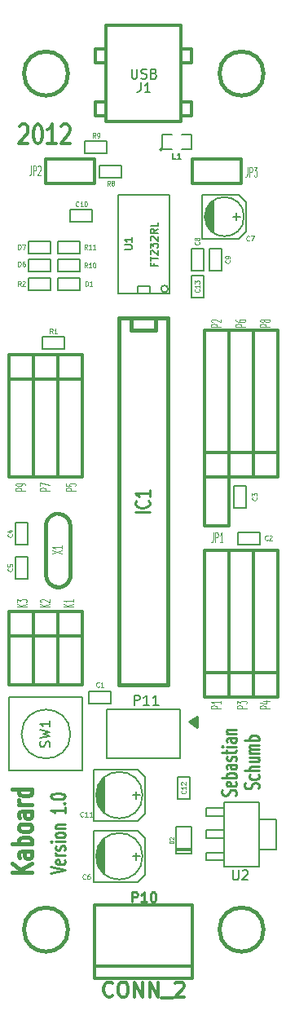
<source format=gto>
G04 (created by PCBNEW (2012-12-10 BZR 3844)-stable) date Thu 10 Jan 2013 10:25:41 AM CET*
%MOIN*%
G04 Gerber Fmt 3.4, Leading zero omitted, Abs format*
%FSLAX34Y34*%
G01*
G70*
G90*
G04 APERTURE LIST*
%ADD10C,0.006*%
%ADD11C,0.012*%
%ADD12C,0.0099*%
%ADD13C,0.015*%
%ADD14C,0.005*%
%ADD15C,0.008*%
%ADD16C,0.0049*%
%ADD17C,0.0079*%
%ADD18C,0.0045*%
%ADD19C,0.0113*%
%ADD20C,0.0039*%
%ADD21C,0.0077*%
%ADD22C,0.0078*%
%ADD23C,0.0047*%
%ADD24C,0.01*%
G04 APERTURE END LIST*
G54D10*
G54D11*
X922Y-4150D02*
X951Y-4112D01*
X1008Y-4074D01*
X1151Y-4074D01*
X1208Y-4112D01*
X1237Y-4150D01*
X1265Y-4226D01*
X1265Y-4302D01*
X1237Y-4417D01*
X894Y-4874D01*
X1265Y-4874D01*
X1636Y-4074D02*
X1693Y-4074D01*
X1750Y-4112D01*
X1779Y-4150D01*
X1808Y-4226D01*
X1836Y-4379D01*
X1836Y-4569D01*
X1808Y-4721D01*
X1779Y-4798D01*
X1750Y-4836D01*
X1693Y-4874D01*
X1636Y-4874D01*
X1579Y-4836D01*
X1550Y-4798D01*
X1522Y-4721D01*
X1493Y-4569D01*
X1493Y-4379D01*
X1522Y-4226D01*
X1550Y-4150D01*
X1579Y-4112D01*
X1636Y-4074D01*
X2407Y-4874D02*
X2064Y-4874D01*
X2236Y-4874D02*
X2236Y-4074D01*
X2179Y-4188D01*
X2121Y-4264D01*
X2064Y-4302D01*
X2635Y-4150D02*
X2664Y-4112D01*
X2721Y-4074D01*
X2864Y-4074D01*
X2921Y-4112D01*
X2950Y-4150D01*
X2978Y-4226D01*
X2978Y-4302D01*
X2950Y-4417D01*
X2607Y-4874D01*
X2978Y-4874D01*
G54D12*
X9761Y-31509D02*
X9789Y-31453D01*
X9789Y-31359D01*
X9761Y-31321D01*
X9732Y-31303D01*
X9676Y-31284D01*
X9620Y-31284D01*
X9564Y-31303D01*
X9535Y-31321D01*
X9507Y-31359D01*
X9479Y-31434D01*
X9451Y-31471D01*
X9423Y-31490D01*
X9367Y-31509D01*
X9310Y-31509D01*
X9254Y-31490D01*
X9226Y-31471D01*
X9198Y-31434D01*
X9198Y-31340D01*
X9226Y-31284D01*
X9761Y-30965D02*
X9789Y-31003D01*
X9789Y-31078D01*
X9761Y-31115D01*
X9704Y-31134D01*
X9479Y-31134D01*
X9423Y-31115D01*
X9395Y-31078D01*
X9395Y-31003D01*
X9423Y-30965D01*
X9479Y-30946D01*
X9535Y-30946D01*
X9592Y-31134D01*
X9789Y-30777D02*
X9198Y-30777D01*
X9423Y-30777D02*
X9395Y-30740D01*
X9395Y-30665D01*
X9423Y-30627D01*
X9451Y-30608D01*
X9507Y-30590D01*
X9676Y-30590D01*
X9732Y-30608D01*
X9761Y-30627D01*
X9789Y-30665D01*
X9789Y-30740D01*
X9761Y-30777D01*
X9789Y-30252D02*
X9479Y-30252D01*
X9423Y-30271D01*
X9395Y-30309D01*
X9395Y-30384D01*
X9423Y-30421D01*
X9761Y-30252D02*
X9789Y-30290D01*
X9789Y-30384D01*
X9761Y-30421D01*
X9704Y-30440D01*
X9648Y-30440D01*
X9592Y-30421D01*
X9564Y-30384D01*
X9564Y-30290D01*
X9535Y-30252D01*
X9761Y-30084D02*
X9789Y-30046D01*
X9789Y-29971D01*
X9761Y-29934D01*
X9704Y-29915D01*
X9676Y-29915D01*
X9620Y-29934D01*
X9592Y-29971D01*
X9592Y-30028D01*
X9564Y-30065D01*
X9507Y-30084D01*
X9479Y-30084D01*
X9423Y-30065D01*
X9395Y-30028D01*
X9395Y-29971D01*
X9423Y-29934D01*
X9395Y-29802D02*
X9395Y-29652D01*
X9198Y-29746D02*
X9704Y-29746D01*
X9761Y-29727D01*
X9789Y-29690D01*
X9789Y-29652D01*
X9789Y-29521D02*
X9395Y-29521D01*
X9198Y-29521D02*
X9226Y-29540D01*
X9254Y-29521D01*
X9226Y-29502D01*
X9198Y-29521D01*
X9254Y-29521D01*
X9789Y-29164D02*
X9479Y-29164D01*
X9423Y-29183D01*
X9395Y-29221D01*
X9395Y-29296D01*
X9423Y-29333D01*
X9761Y-29164D02*
X9789Y-29202D01*
X9789Y-29296D01*
X9761Y-29333D01*
X9704Y-29352D01*
X9648Y-29352D01*
X9592Y-29333D01*
X9564Y-29296D01*
X9564Y-29202D01*
X9535Y-29164D01*
X9395Y-28977D02*
X9789Y-28977D01*
X9451Y-28977D02*
X9423Y-28958D01*
X9395Y-28921D01*
X9395Y-28865D01*
X9423Y-28827D01*
X9479Y-28808D01*
X9789Y-28808D01*
X10687Y-31228D02*
X10715Y-31172D01*
X10715Y-31078D01*
X10687Y-31040D01*
X10658Y-31022D01*
X10602Y-31003D01*
X10546Y-31003D01*
X10490Y-31022D01*
X10461Y-31040D01*
X10433Y-31078D01*
X10405Y-31153D01*
X10377Y-31190D01*
X10349Y-31209D01*
X10293Y-31228D01*
X10236Y-31228D01*
X10180Y-31209D01*
X10152Y-31190D01*
X10124Y-31153D01*
X10124Y-31059D01*
X10152Y-31003D01*
X10687Y-30665D02*
X10715Y-30703D01*
X10715Y-30778D01*
X10687Y-30815D01*
X10658Y-30834D01*
X10602Y-30853D01*
X10433Y-30853D01*
X10377Y-30834D01*
X10349Y-30815D01*
X10321Y-30778D01*
X10321Y-30703D01*
X10349Y-30665D01*
X10715Y-30496D02*
X10124Y-30496D01*
X10715Y-30327D02*
X10405Y-30327D01*
X10349Y-30346D01*
X10321Y-30384D01*
X10321Y-30440D01*
X10349Y-30477D01*
X10377Y-30496D01*
X10321Y-29971D02*
X10715Y-29971D01*
X10321Y-30140D02*
X10630Y-30140D01*
X10687Y-30121D01*
X10715Y-30084D01*
X10715Y-30028D01*
X10687Y-29990D01*
X10658Y-29971D01*
X10715Y-29784D02*
X10321Y-29784D01*
X10377Y-29784D02*
X10349Y-29765D01*
X10321Y-29728D01*
X10321Y-29672D01*
X10349Y-29634D01*
X10405Y-29615D01*
X10715Y-29615D01*
X10405Y-29615D02*
X10349Y-29597D01*
X10321Y-29559D01*
X10321Y-29503D01*
X10349Y-29465D01*
X10405Y-29446D01*
X10715Y-29446D01*
X10715Y-29259D02*
X10124Y-29259D01*
X10349Y-29259D02*
X10321Y-29222D01*
X10321Y-29147D01*
X10349Y-29109D01*
X10377Y-29090D01*
X10433Y-29072D01*
X10602Y-29072D01*
X10658Y-29090D01*
X10687Y-29109D01*
X10715Y-29147D01*
X10715Y-29222D01*
X10687Y-29259D01*
X2198Y-34700D02*
X2789Y-34569D01*
X2198Y-34438D01*
X2761Y-34156D02*
X2789Y-34194D01*
X2789Y-34269D01*
X2761Y-34306D01*
X2704Y-34325D01*
X2479Y-34325D01*
X2423Y-34306D01*
X2395Y-34269D01*
X2395Y-34194D01*
X2423Y-34156D01*
X2479Y-34137D01*
X2535Y-34137D01*
X2592Y-34325D01*
X2789Y-33968D02*
X2395Y-33968D01*
X2507Y-33968D02*
X2451Y-33949D01*
X2423Y-33931D01*
X2395Y-33893D01*
X2395Y-33856D01*
X2761Y-33743D02*
X2789Y-33705D01*
X2789Y-33630D01*
X2761Y-33593D01*
X2704Y-33574D01*
X2676Y-33574D01*
X2620Y-33593D01*
X2592Y-33630D01*
X2592Y-33687D01*
X2564Y-33724D01*
X2507Y-33743D01*
X2479Y-33743D01*
X2423Y-33724D01*
X2395Y-33687D01*
X2395Y-33630D01*
X2423Y-33593D01*
X2789Y-33405D02*
X2395Y-33405D01*
X2198Y-33405D02*
X2226Y-33424D01*
X2254Y-33405D01*
X2226Y-33386D01*
X2198Y-33405D01*
X2254Y-33405D01*
X2789Y-33161D02*
X2761Y-33198D01*
X2732Y-33217D01*
X2676Y-33236D01*
X2507Y-33236D01*
X2451Y-33217D01*
X2423Y-33198D01*
X2395Y-33161D01*
X2395Y-33105D01*
X2423Y-33067D01*
X2451Y-33048D01*
X2507Y-33030D01*
X2676Y-33030D01*
X2732Y-33048D01*
X2761Y-33067D01*
X2789Y-33105D01*
X2789Y-33161D01*
X2395Y-32861D02*
X2789Y-32861D01*
X2451Y-32861D02*
X2423Y-32842D01*
X2395Y-32805D01*
X2395Y-32749D01*
X2423Y-32711D01*
X2479Y-32692D01*
X2789Y-32692D01*
X2789Y-31999D02*
X2789Y-32224D01*
X2789Y-32111D02*
X2198Y-32111D01*
X2282Y-32149D01*
X2338Y-32186D01*
X2367Y-32224D01*
X2732Y-31830D02*
X2761Y-31811D01*
X2789Y-31830D01*
X2761Y-31849D01*
X2732Y-31830D01*
X2789Y-31830D01*
X2198Y-31567D02*
X2198Y-31530D01*
X2226Y-31492D01*
X2254Y-31473D01*
X2310Y-31455D01*
X2423Y-31436D01*
X2564Y-31436D01*
X2676Y-31455D01*
X2732Y-31473D01*
X2761Y-31492D01*
X2789Y-31530D01*
X2789Y-31567D01*
X2761Y-31605D01*
X2732Y-31623D01*
X2676Y-31642D01*
X2564Y-31661D01*
X2423Y-31661D01*
X2310Y-31642D01*
X2254Y-31623D01*
X2226Y-31605D01*
X2198Y-31567D01*
G54D13*
X1424Y-34650D02*
X624Y-34650D01*
X1424Y-34307D02*
X967Y-34564D01*
X624Y-34307D02*
X1081Y-34650D01*
X1424Y-33793D02*
X1005Y-33793D01*
X929Y-33822D01*
X890Y-33879D01*
X890Y-33993D01*
X929Y-34050D01*
X1386Y-33793D02*
X1424Y-33850D01*
X1424Y-33993D01*
X1386Y-34050D01*
X1310Y-34079D01*
X1233Y-34079D01*
X1157Y-34050D01*
X1119Y-33993D01*
X1119Y-33850D01*
X1081Y-33793D01*
X1424Y-33507D02*
X624Y-33507D01*
X929Y-33507D02*
X890Y-33450D01*
X890Y-33336D01*
X929Y-33279D01*
X967Y-33250D01*
X1043Y-33221D01*
X1271Y-33221D01*
X1348Y-33250D01*
X1386Y-33279D01*
X1424Y-33336D01*
X1424Y-33450D01*
X1386Y-33507D01*
X1424Y-32878D02*
X1386Y-32936D01*
X1348Y-32964D01*
X1271Y-32993D01*
X1043Y-32993D01*
X967Y-32964D01*
X929Y-32936D01*
X890Y-32878D01*
X890Y-32793D01*
X929Y-32736D01*
X967Y-32707D01*
X1043Y-32678D01*
X1271Y-32678D01*
X1348Y-32707D01*
X1386Y-32736D01*
X1424Y-32793D01*
X1424Y-32878D01*
X1424Y-32164D02*
X1005Y-32164D01*
X929Y-32193D01*
X890Y-32250D01*
X890Y-32364D01*
X929Y-32421D01*
X1386Y-32164D02*
X1424Y-32221D01*
X1424Y-32364D01*
X1386Y-32421D01*
X1310Y-32450D01*
X1233Y-32450D01*
X1157Y-32421D01*
X1119Y-32364D01*
X1119Y-32221D01*
X1081Y-32164D01*
X1424Y-31878D02*
X890Y-31878D01*
X1043Y-31878D02*
X967Y-31850D01*
X929Y-31821D01*
X890Y-31764D01*
X890Y-31707D01*
X1424Y-31250D02*
X624Y-31250D01*
X1386Y-31250D02*
X1424Y-31307D01*
X1424Y-31421D01*
X1386Y-31479D01*
X1348Y-31507D01*
X1271Y-31536D01*
X1043Y-31536D01*
X967Y-31507D01*
X929Y-31479D01*
X890Y-31421D01*
X890Y-31307D01*
X929Y-31250D01*
X2000Y-22500D02*
X2000Y-20600D01*
X3000Y-20500D02*
X3000Y-22600D01*
X2400Y-20001D02*
G75*
G03X2001Y-20600I100J-499D01*
G74*
G01*
X3000Y-20500D02*
G75*
G03X2500Y-20000I-500J0D01*
G74*
G01*
X2400Y-22999D02*
G75*
G03X2999Y-22600I100J499D01*
G74*
G01*
X2000Y-22500D02*
G75*
G03X2500Y-23000I500J0D01*
G74*
G01*
G54D14*
X11435Y-32490D02*
X11435Y-33710D01*
X11435Y-33710D02*
X10730Y-33710D01*
X11435Y-32490D02*
X10730Y-32490D01*
X8565Y-33845D02*
X8565Y-34165D01*
X8565Y-34165D02*
X9270Y-34165D01*
X8565Y-33845D02*
X9270Y-33845D01*
X8565Y-32940D02*
X9270Y-32940D01*
X8565Y-33260D02*
X9270Y-33260D01*
X8565Y-32940D02*
X8565Y-33260D01*
X8565Y-32035D02*
X8565Y-32355D01*
X8565Y-32355D02*
X9270Y-32355D01*
X8565Y-32035D02*
X9270Y-32035D01*
X9270Y-34420D02*
X9270Y-31780D01*
X9270Y-31780D02*
X10730Y-31780D01*
X10730Y-31780D02*
X10730Y-34420D01*
X10730Y-34420D02*
X9270Y-34420D01*
G54D11*
X4000Y-5500D02*
X4000Y-6500D01*
X4000Y-6500D02*
X2000Y-6500D01*
X2000Y-6500D02*
X2000Y-5500D01*
X2000Y-5500D02*
X4000Y-5500D01*
G54D14*
X3000Y-29000D02*
G75*
G03X3000Y-29000I-1000J0D01*
G74*
G01*
X500Y-30500D02*
X500Y-27500D01*
X500Y-27500D02*
X3500Y-27500D01*
X3500Y-27500D02*
X3500Y-30500D01*
X500Y-30500D02*
X3500Y-30500D01*
X6991Y-10800D02*
G75*
G03X6991Y-10800I-141J0D01*
G74*
G01*
X5750Y-11000D02*
X5750Y-10700D01*
X5750Y-10700D02*
X6250Y-10700D01*
X6250Y-10700D02*
X6250Y-11000D01*
X7050Y-6950D02*
X7050Y-11000D01*
X4950Y-11000D02*
X4950Y-6950D01*
X4950Y-11000D02*
X7050Y-11000D01*
X4950Y-6950D02*
X7050Y-6950D01*
X6750Y-5100D02*
G75*
G03X6750Y-5100I-50J0D01*
G74*
G01*
X7150Y-5100D02*
X6750Y-5100D01*
X6750Y-5100D02*
X6750Y-4500D01*
X6750Y-4500D02*
X7150Y-4500D01*
X7550Y-4500D02*
X7950Y-4500D01*
X7950Y-4500D02*
X7950Y-5100D01*
X7950Y-5100D02*
X7550Y-5100D01*
X2500Y-9600D02*
X3400Y-9600D01*
X3400Y-9600D02*
X3400Y-10100D01*
X3400Y-10100D02*
X2500Y-10100D01*
X2500Y-10100D02*
X2500Y-9600D01*
X1850Y-12750D02*
X2750Y-12750D01*
X2750Y-12750D02*
X2750Y-13250D01*
X2750Y-13250D02*
X1850Y-13250D01*
X1850Y-13250D02*
X1850Y-12750D01*
X3750Y-27250D02*
X4650Y-27250D01*
X4650Y-27250D02*
X4650Y-27750D01*
X4650Y-27750D02*
X3750Y-27750D01*
X3750Y-27750D02*
X3750Y-27250D01*
X5100Y-6250D02*
X4200Y-6250D01*
X4200Y-6250D02*
X4200Y-5750D01*
X4200Y-5750D02*
X5100Y-5750D01*
X5100Y-5750D02*
X5100Y-6250D01*
X4500Y-5250D02*
X3600Y-5250D01*
X3600Y-5250D02*
X3600Y-4750D01*
X3600Y-4750D02*
X4500Y-4750D01*
X4500Y-4750D02*
X4500Y-5250D01*
X2500Y-8850D02*
X3400Y-8850D01*
X3400Y-8850D02*
X3400Y-9350D01*
X3400Y-9350D02*
X2500Y-9350D01*
X2500Y-9350D02*
X2500Y-8850D01*
X1300Y-8850D02*
X2200Y-8850D01*
X2200Y-8850D02*
X2200Y-9350D01*
X2200Y-9350D02*
X1300Y-9350D01*
X1300Y-9350D02*
X1300Y-8850D01*
X9850Y-20750D02*
X10750Y-20750D01*
X10750Y-20750D02*
X10750Y-21250D01*
X10750Y-21250D02*
X9850Y-21250D01*
X9850Y-21250D02*
X9850Y-20750D01*
X10200Y-18850D02*
X10200Y-19750D01*
X10200Y-19750D02*
X9700Y-19750D01*
X9700Y-19750D02*
X9700Y-18850D01*
X9700Y-18850D02*
X10200Y-18850D01*
X750Y-21250D02*
X750Y-20350D01*
X750Y-20350D02*
X1250Y-20350D01*
X1250Y-20350D02*
X1250Y-21250D01*
X1250Y-21250D02*
X750Y-21250D01*
X1250Y-21750D02*
X1250Y-22650D01*
X1250Y-22650D02*
X750Y-22650D01*
X750Y-22650D02*
X750Y-21750D01*
X750Y-21750D02*
X1250Y-21750D01*
X7950Y-10050D02*
X7950Y-9150D01*
X7950Y-9150D02*
X8450Y-9150D01*
X8450Y-9150D02*
X8450Y-10050D01*
X8450Y-10050D02*
X7950Y-10050D01*
X8700Y-10050D02*
X8700Y-9150D01*
X8700Y-9150D02*
X9200Y-9150D01*
X9200Y-9150D02*
X9200Y-10050D01*
X9200Y-10050D02*
X8700Y-10050D01*
X3900Y-8050D02*
X3000Y-8050D01*
X3000Y-8050D02*
X3000Y-7550D01*
X3000Y-7550D02*
X3900Y-7550D01*
X3900Y-7550D02*
X3900Y-8050D01*
X1300Y-9600D02*
X2200Y-9600D01*
X2200Y-9600D02*
X2200Y-10100D01*
X2200Y-10100D02*
X1300Y-10100D01*
X1300Y-10100D02*
X1300Y-9600D01*
G54D11*
X9500Y-27500D02*
X8500Y-27500D01*
X8500Y-27500D02*
X8500Y-21500D01*
X8500Y-21500D02*
X9500Y-21500D01*
X9500Y-21500D02*
X9500Y-27500D01*
X9500Y-26500D02*
X8500Y-26500D01*
X9500Y-18500D02*
X8500Y-18500D01*
X8500Y-18500D02*
X8500Y-12500D01*
X8500Y-12500D02*
X9500Y-12500D01*
X9500Y-12500D02*
X9500Y-18500D01*
X9500Y-17500D02*
X8500Y-17500D01*
X10500Y-27500D02*
X9500Y-27500D01*
X9500Y-27500D02*
X9500Y-21500D01*
X9500Y-21500D02*
X10500Y-21500D01*
X10500Y-21500D02*
X10500Y-27500D01*
X10500Y-26500D02*
X9500Y-26500D01*
X11500Y-27500D02*
X10500Y-27500D01*
X10500Y-27500D02*
X10500Y-21500D01*
X10500Y-21500D02*
X11500Y-21500D01*
X11500Y-21500D02*
X11500Y-27500D01*
X11500Y-26500D02*
X10500Y-26500D01*
X10500Y-18500D02*
X9500Y-18500D01*
X9500Y-18500D02*
X9500Y-12500D01*
X9500Y-12500D02*
X10500Y-12500D01*
X10500Y-12500D02*
X10500Y-18500D01*
X10500Y-17500D02*
X9500Y-17500D01*
X11500Y-18500D02*
X10500Y-18500D01*
X10500Y-18500D02*
X10500Y-12500D01*
X10500Y-12500D02*
X11500Y-12500D01*
X11500Y-12500D02*
X11500Y-18500D01*
X11500Y-17500D02*
X10500Y-17500D01*
X2500Y-13500D02*
X3500Y-13500D01*
X3500Y-13500D02*
X3500Y-18500D01*
X3500Y-18500D02*
X2500Y-18500D01*
X2500Y-18500D02*
X2500Y-13500D01*
X2500Y-14500D02*
X3500Y-14500D01*
X1500Y-13500D02*
X2500Y-13500D01*
X2500Y-13500D02*
X2500Y-18500D01*
X2500Y-18500D02*
X1500Y-18500D01*
X1500Y-18500D02*
X1500Y-13500D01*
X1500Y-14500D02*
X2500Y-14500D01*
X500Y-13500D02*
X1500Y-13500D01*
X1500Y-13500D02*
X1500Y-18500D01*
X1500Y-18500D02*
X500Y-18500D01*
X500Y-18500D02*
X500Y-13500D01*
X500Y-14500D02*
X1500Y-14500D01*
X500Y-24000D02*
X1500Y-24000D01*
X1500Y-24000D02*
X1500Y-27000D01*
X1500Y-27000D02*
X500Y-27000D01*
X500Y-27000D02*
X500Y-24000D01*
X1500Y-25000D02*
X500Y-25000D01*
X1500Y-24000D02*
X2500Y-24000D01*
X2500Y-24000D02*
X2500Y-27000D01*
X2500Y-27000D02*
X1500Y-27000D01*
X1500Y-27000D02*
X1500Y-24000D01*
X2500Y-25000D02*
X1500Y-25000D01*
X2500Y-24000D02*
X3500Y-24000D01*
X3500Y-24000D02*
X3500Y-27000D01*
X3500Y-27000D02*
X2500Y-27000D01*
X2500Y-27000D02*
X2500Y-24000D01*
X3500Y-25000D02*
X2500Y-25000D01*
X8000Y-6500D02*
X8000Y-5500D01*
X8000Y-5500D02*
X10000Y-5500D01*
X10000Y-5500D02*
X10000Y-6500D01*
X10000Y-6500D02*
X8000Y-6500D01*
X8500Y-18500D02*
X9500Y-18500D01*
X9500Y-18500D02*
X9500Y-20500D01*
X9500Y-20500D02*
X8500Y-20500D01*
X8500Y-20500D02*
X8500Y-18500D01*
G54D13*
X7000Y-12000D02*
X7000Y-27000D01*
X7000Y-27000D02*
X5000Y-27000D01*
X5000Y-27000D02*
X5000Y-12000D01*
X5000Y-12000D02*
X7000Y-12000D01*
X6500Y-12000D02*
X6500Y-12500D01*
X6500Y-12500D02*
X5500Y-12500D01*
X5500Y-12500D02*
X5500Y-12000D01*
G54D14*
X7400Y-31650D02*
X7400Y-30750D01*
X7400Y-30750D02*
X7900Y-30750D01*
X7900Y-30750D02*
X7900Y-31650D01*
X7900Y-31650D02*
X7400Y-31650D01*
X1300Y-10350D02*
X2200Y-10350D01*
X2200Y-10350D02*
X2200Y-10850D01*
X2200Y-10850D02*
X1300Y-10850D01*
X1300Y-10850D02*
X1300Y-10350D01*
X2500Y-10350D02*
X3400Y-10350D01*
X3400Y-10350D02*
X3400Y-10850D01*
X3400Y-10850D02*
X2500Y-10850D01*
X2500Y-10850D02*
X2500Y-10350D01*
G54D11*
X8000Y-38500D02*
X4000Y-38500D01*
X8000Y-39000D02*
X8000Y-36000D01*
X8000Y-36000D02*
X4000Y-36000D01*
X4000Y-36000D02*
X4000Y-39000D01*
X4000Y-39000D02*
X8000Y-39000D01*
G54D14*
X7335Y-33704D02*
X7965Y-33704D01*
X7965Y-33744D02*
X7335Y-33744D01*
X7965Y-32799D02*
X7965Y-33901D01*
X7965Y-33901D02*
X7335Y-33901D01*
X7335Y-33901D02*
X7335Y-32799D01*
X7335Y-32799D02*
X7965Y-32799D01*
G54D13*
X2900Y-2000D02*
G75*
G03X2900Y-2000I-900J0D01*
G74*
G01*
X10900Y-2000D02*
G75*
G03X10900Y-2000I-900J0D01*
G74*
G01*
X2900Y-37000D02*
G75*
G03X2900Y-37000I-900J0D01*
G74*
G01*
X10900Y-37000D02*
G75*
G03X10900Y-37000I-900J0D01*
G74*
G01*
G54D11*
X7535Y-3734D02*
X7969Y-3734D01*
X7969Y-3734D02*
X7969Y-3143D01*
X7969Y-3143D02*
X7535Y-3143D01*
X4031Y-3142D02*
X4465Y-3142D01*
X4031Y-3733D02*
X4031Y-3142D01*
X4465Y-3733D02*
X4031Y-3733D01*
X4465Y-1567D02*
X4031Y-1567D01*
X4031Y-1567D02*
X4031Y-976D01*
X4031Y-976D02*
X4465Y-976D01*
X7535Y-1567D02*
X7969Y-1567D01*
X7969Y-1567D02*
X7969Y-976D01*
X7969Y-976D02*
X7535Y-976D01*
X7535Y-31D02*
X4465Y-31D01*
X4465Y-31D02*
X4465Y-3969D01*
X4465Y-3969D02*
X7535Y-3969D01*
X7535Y-3969D02*
X7535Y-31D01*
G54D15*
X4500Y-28000D02*
X7500Y-28000D01*
X7500Y-30000D02*
X4500Y-30000D01*
X4500Y-30000D02*
X4500Y-28000D01*
X7500Y-28000D02*
X7500Y-30000D01*
G54D14*
X4100Y-33750D02*
X4100Y-34300D01*
X4150Y-33650D02*
X4150Y-34350D01*
X4200Y-33500D02*
X4200Y-34500D01*
X4250Y-34550D02*
X4250Y-33450D01*
X4300Y-33400D02*
X4300Y-34600D01*
X4350Y-34650D02*
X4350Y-33350D01*
X4400Y-33300D02*
X4400Y-34700D01*
X5950Y-34000D02*
G75*
G03X5950Y-34000I-950J0D01*
G74*
G01*
X3950Y-32950D02*
X5750Y-32950D01*
X5750Y-32950D02*
X6050Y-33250D01*
X6050Y-33250D02*
X6050Y-34750D01*
X6050Y-34750D02*
X5750Y-35050D01*
X5750Y-35050D02*
X3950Y-35050D01*
X3950Y-35050D02*
X3950Y-32950D01*
X5850Y-34000D02*
X5550Y-34000D01*
X5700Y-33850D02*
X5700Y-34150D01*
X4100Y-31250D02*
X4100Y-31800D01*
X4150Y-31150D02*
X4150Y-31850D01*
X4200Y-31000D02*
X4200Y-32000D01*
X4250Y-32050D02*
X4250Y-30950D01*
X4300Y-30900D02*
X4300Y-32100D01*
X4350Y-32150D02*
X4350Y-30850D01*
X4400Y-30800D02*
X4400Y-32200D01*
X5950Y-31500D02*
G75*
G03X5950Y-31500I-950J0D01*
G74*
G01*
X3950Y-30450D02*
X5750Y-30450D01*
X5750Y-30450D02*
X6050Y-30750D01*
X6050Y-30750D02*
X6050Y-32250D01*
X6050Y-32250D02*
X5750Y-32550D01*
X5750Y-32550D02*
X3950Y-32550D01*
X3950Y-32550D02*
X3950Y-30450D01*
X5850Y-31500D02*
X5550Y-31500D01*
X5700Y-31350D02*
X5700Y-31650D01*
X9950Y-7850D02*
X9650Y-7850D01*
X9800Y-7700D02*
X9800Y-8000D01*
X9900Y-8750D02*
X8400Y-8750D01*
X10200Y-7250D02*
X10200Y-8450D01*
X9900Y-8750D02*
X10200Y-8450D01*
X9900Y-6950D02*
X8400Y-6950D01*
X9900Y-6950D02*
X10200Y-7250D01*
X8500Y-7900D02*
X8500Y-7800D01*
X8550Y-7600D02*
X8550Y-8100D01*
X8600Y-8200D02*
X8600Y-7500D01*
X8650Y-8300D02*
X8650Y-7400D01*
X8700Y-7350D02*
X8700Y-8350D01*
X8750Y-8400D02*
X8750Y-7300D01*
X8800Y-7250D02*
X8800Y-8450D01*
X8850Y-7200D02*
X8850Y-8500D01*
X10100Y-7850D02*
G75*
G03X10100Y-7850I-800J0D01*
G74*
G01*
X8400Y-6950D02*
X8400Y-8750D01*
X8450Y-10250D02*
X8450Y-11150D01*
X8450Y-11150D02*
X7950Y-11150D01*
X7950Y-11150D02*
X7950Y-10250D01*
X7950Y-10250D02*
X8450Y-10250D01*
G54D16*
X2265Y-21610D02*
X2659Y-21479D01*
X2265Y-21479D02*
X2659Y-21610D01*
X2659Y-21300D02*
X2659Y-21412D01*
X2659Y-21356D02*
X2265Y-21356D01*
X2322Y-21375D01*
X2359Y-21394D01*
X2378Y-21412D01*
G54D17*
X9650Y-34565D02*
X9650Y-34884D01*
X9669Y-34922D01*
X9687Y-34941D01*
X9725Y-34959D01*
X9800Y-34959D01*
X9837Y-34941D01*
X9856Y-34922D01*
X9875Y-34884D01*
X9875Y-34565D01*
X10044Y-34603D02*
X10063Y-34584D01*
X10100Y-34565D01*
X10194Y-34565D01*
X10232Y-34584D01*
X10250Y-34603D01*
X10269Y-34641D01*
X10269Y-34678D01*
X10250Y-34734D01*
X10025Y-34959D01*
X10269Y-34959D01*
G54D16*
X1386Y-5765D02*
X1386Y-6047D01*
X1377Y-6103D01*
X1358Y-6141D01*
X1330Y-6159D01*
X1311Y-6159D01*
X1480Y-6159D02*
X1480Y-5765D01*
X1555Y-5765D01*
X1574Y-5784D01*
X1583Y-5803D01*
X1592Y-5841D01*
X1592Y-5897D01*
X1583Y-5934D01*
X1574Y-5953D01*
X1555Y-5972D01*
X1480Y-5972D01*
X1668Y-5803D02*
X1677Y-5784D01*
X1696Y-5765D01*
X1743Y-5765D01*
X1761Y-5784D01*
X1771Y-5803D01*
X1780Y-5841D01*
X1780Y-5878D01*
X1771Y-5934D01*
X1658Y-6159D01*
X1780Y-6159D01*
G54D15*
X2143Y-29533D02*
X2162Y-29476D01*
X2162Y-29380D01*
X2143Y-29342D01*
X2124Y-29323D01*
X2086Y-29304D01*
X2048Y-29304D01*
X2010Y-29323D01*
X1990Y-29342D01*
X1971Y-29380D01*
X1952Y-29457D01*
X1933Y-29495D01*
X1914Y-29514D01*
X1876Y-29533D01*
X1838Y-29533D01*
X1800Y-29514D01*
X1781Y-29495D01*
X1762Y-29457D01*
X1762Y-29361D01*
X1781Y-29304D01*
X1762Y-29171D02*
X2162Y-29076D01*
X1876Y-28999D01*
X2162Y-28923D01*
X1762Y-28828D01*
X2162Y-28466D02*
X2162Y-28695D01*
X2162Y-28581D02*
X1762Y-28581D01*
X1819Y-28619D01*
X1857Y-28657D01*
X1876Y-28695D01*
G54D14*
X5221Y-9179D02*
X5464Y-9179D01*
X5493Y-9164D01*
X5507Y-9150D01*
X5521Y-9121D01*
X5521Y-9064D01*
X5507Y-9036D01*
X5493Y-9021D01*
X5464Y-9007D01*
X5221Y-9007D01*
X5521Y-8707D02*
X5521Y-8879D01*
X5521Y-8793D02*
X5221Y-8793D01*
X5264Y-8822D01*
X5293Y-8850D01*
X5307Y-8879D01*
X6414Y-9772D02*
X6414Y-9872D01*
X6571Y-9872D02*
X6271Y-9872D01*
X6271Y-9729D01*
X6271Y-9657D02*
X6271Y-9486D01*
X6571Y-9572D02*
X6271Y-9572D01*
X6300Y-9400D02*
X6286Y-9386D01*
X6271Y-9357D01*
X6271Y-9286D01*
X6286Y-9257D01*
X6300Y-9243D01*
X6329Y-9228D01*
X6357Y-9228D01*
X6400Y-9243D01*
X6571Y-9414D01*
X6571Y-9228D01*
X6271Y-9128D02*
X6271Y-8942D01*
X6386Y-9042D01*
X6386Y-9000D01*
X6400Y-8971D01*
X6414Y-8957D01*
X6443Y-8942D01*
X6514Y-8942D01*
X6543Y-8957D01*
X6557Y-8971D01*
X6571Y-9000D01*
X6571Y-9085D01*
X6557Y-9114D01*
X6543Y-9128D01*
X6300Y-8828D02*
X6286Y-8814D01*
X6271Y-8785D01*
X6271Y-8714D01*
X6286Y-8685D01*
X6300Y-8671D01*
X6329Y-8656D01*
X6357Y-8656D01*
X6400Y-8671D01*
X6571Y-8842D01*
X6571Y-8656D01*
X6571Y-8356D02*
X6429Y-8456D01*
X6571Y-8528D02*
X6271Y-8528D01*
X6271Y-8413D01*
X6286Y-8385D01*
X6300Y-8370D01*
X6329Y-8356D01*
X6371Y-8356D01*
X6400Y-8370D01*
X6414Y-8385D01*
X6429Y-8413D01*
X6429Y-8528D01*
X6571Y-8085D02*
X6571Y-8228D01*
X6271Y-8228D01*
X7309Y-5501D02*
X7190Y-5501D01*
X7190Y-5251D01*
X7522Y-5501D02*
X7380Y-5501D01*
X7451Y-5501D02*
X7451Y-5251D01*
X7427Y-5287D01*
X7403Y-5311D01*
X7380Y-5323D01*
G54D18*
X3685Y-9931D02*
X3625Y-9836D01*
X3582Y-9931D02*
X3582Y-9731D01*
X3650Y-9731D01*
X3668Y-9740D01*
X3676Y-9750D01*
X3685Y-9769D01*
X3685Y-9798D01*
X3676Y-9817D01*
X3668Y-9826D01*
X3650Y-9836D01*
X3582Y-9836D01*
X3856Y-9931D02*
X3753Y-9931D01*
X3805Y-9931D02*
X3805Y-9731D01*
X3788Y-9760D01*
X3770Y-9779D01*
X3753Y-9788D01*
X3967Y-9731D02*
X3984Y-9731D01*
X4001Y-9740D01*
X4010Y-9750D01*
X4019Y-9769D01*
X4027Y-9807D01*
X4027Y-9855D01*
X4019Y-9893D01*
X4010Y-9912D01*
X4001Y-9921D01*
X3984Y-9931D01*
X3967Y-9931D01*
X3950Y-9921D01*
X3941Y-9912D01*
X3933Y-9893D01*
X3924Y-9855D01*
X3924Y-9807D01*
X3933Y-9769D01*
X3941Y-9750D01*
X3950Y-9740D01*
X3967Y-9731D01*
X2271Y-12631D02*
X2211Y-12536D01*
X2168Y-12631D02*
X2168Y-12431D01*
X2236Y-12431D01*
X2254Y-12440D01*
X2262Y-12450D01*
X2271Y-12469D01*
X2271Y-12498D01*
X2262Y-12517D01*
X2254Y-12526D01*
X2236Y-12536D01*
X2168Y-12536D01*
X2442Y-12631D02*
X2339Y-12631D01*
X2391Y-12631D02*
X2391Y-12431D01*
X2374Y-12460D01*
X2356Y-12479D01*
X2339Y-12488D01*
X4171Y-27062D02*
X4162Y-27071D01*
X4136Y-27081D01*
X4119Y-27081D01*
X4094Y-27071D01*
X4076Y-27052D01*
X4068Y-27033D01*
X4059Y-26995D01*
X4059Y-26967D01*
X4068Y-26929D01*
X4076Y-26910D01*
X4094Y-26890D01*
X4119Y-26881D01*
X4136Y-26881D01*
X4162Y-26890D01*
X4171Y-26900D01*
X4342Y-27081D02*
X4239Y-27081D01*
X4291Y-27081D02*
X4291Y-26881D01*
X4274Y-26910D01*
X4256Y-26929D01*
X4239Y-26938D01*
X4621Y-6581D02*
X4561Y-6486D01*
X4518Y-6581D02*
X4518Y-6381D01*
X4586Y-6381D01*
X4604Y-6390D01*
X4612Y-6400D01*
X4621Y-6419D01*
X4621Y-6448D01*
X4612Y-6467D01*
X4604Y-6476D01*
X4586Y-6486D01*
X4518Y-6486D01*
X4724Y-6467D02*
X4706Y-6457D01*
X4698Y-6448D01*
X4689Y-6429D01*
X4689Y-6419D01*
X4698Y-6400D01*
X4706Y-6390D01*
X4724Y-6381D01*
X4758Y-6381D01*
X4775Y-6390D01*
X4784Y-6400D01*
X4792Y-6419D01*
X4792Y-6429D01*
X4784Y-6448D01*
X4775Y-6457D01*
X4758Y-6467D01*
X4724Y-6467D01*
X4706Y-6476D01*
X4698Y-6486D01*
X4689Y-6505D01*
X4689Y-6543D01*
X4698Y-6562D01*
X4706Y-6571D01*
X4724Y-6581D01*
X4758Y-6581D01*
X4775Y-6571D01*
X4784Y-6562D01*
X4792Y-6543D01*
X4792Y-6505D01*
X4784Y-6486D01*
X4775Y-6476D01*
X4758Y-6467D01*
X4021Y-4631D02*
X3961Y-4536D01*
X3918Y-4631D02*
X3918Y-4431D01*
X3986Y-4431D01*
X4004Y-4440D01*
X4012Y-4450D01*
X4021Y-4469D01*
X4021Y-4498D01*
X4012Y-4517D01*
X4004Y-4526D01*
X3986Y-4536D01*
X3918Y-4536D01*
X4106Y-4631D02*
X4141Y-4631D01*
X4158Y-4621D01*
X4166Y-4612D01*
X4184Y-4583D01*
X4192Y-4545D01*
X4192Y-4469D01*
X4184Y-4450D01*
X4175Y-4440D01*
X4158Y-4431D01*
X4124Y-4431D01*
X4106Y-4440D01*
X4098Y-4450D01*
X4089Y-4469D01*
X4089Y-4517D01*
X4098Y-4536D01*
X4106Y-4545D01*
X4124Y-4555D01*
X4158Y-4555D01*
X4175Y-4545D01*
X4184Y-4536D01*
X4192Y-4517D01*
X3685Y-9181D02*
X3625Y-9086D01*
X3582Y-9181D02*
X3582Y-8981D01*
X3650Y-8981D01*
X3668Y-8990D01*
X3676Y-9000D01*
X3685Y-9019D01*
X3685Y-9048D01*
X3676Y-9067D01*
X3668Y-9076D01*
X3650Y-9086D01*
X3582Y-9086D01*
X3856Y-9181D02*
X3753Y-9181D01*
X3805Y-9181D02*
X3805Y-8981D01*
X3788Y-9010D01*
X3770Y-9029D01*
X3753Y-9038D01*
X4027Y-9181D02*
X3924Y-9181D01*
X3976Y-9181D02*
X3976Y-8981D01*
X3959Y-9010D01*
X3941Y-9029D01*
X3924Y-9038D01*
X868Y-9181D02*
X868Y-8981D01*
X911Y-8981D01*
X936Y-8990D01*
X954Y-9010D01*
X962Y-9029D01*
X971Y-9067D01*
X971Y-9095D01*
X962Y-9133D01*
X954Y-9152D01*
X936Y-9171D01*
X911Y-9181D01*
X868Y-9181D01*
X1031Y-8981D02*
X1151Y-8981D01*
X1074Y-9181D01*
X11071Y-21062D02*
X11062Y-21071D01*
X11036Y-21081D01*
X11019Y-21081D01*
X10994Y-21071D01*
X10976Y-21052D01*
X10968Y-21033D01*
X10959Y-20995D01*
X10959Y-20967D01*
X10968Y-20929D01*
X10976Y-20910D01*
X10994Y-20890D01*
X11019Y-20881D01*
X11036Y-20881D01*
X11062Y-20890D01*
X11071Y-20900D01*
X11139Y-20900D02*
X11148Y-20890D01*
X11165Y-20881D01*
X11208Y-20881D01*
X11225Y-20890D01*
X11234Y-20900D01*
X11242Y-20919D01*
X11242Y-20938D01*
X11234Y-20967D01*
X11131Y-21081D01*
X11242Y-21081D01*
X10612Y-19329D02*
X10621Y-19338D01*
X10631Y-19364D01*
X10631Y-19381D01*
X10621Y-19406D01*
X10602Y-19424D01*
X10583Y-19432D01*
X10545Y-19441D01*
X10517Y-19441D01*
X10479Y-19432D01*
X10460Y-19424D01*
X10440Y-19406D01*
X10431Y-19381D01*
X10431Y-19364D01*
X10440Y-19338D01*
X10450Y-19329D01*
X10431Y-19269D02*
X10431Y-19158D01*
X10507Y-19218D01*
X10507Y-19192D01*
X10517Y-19175D01*
X10526Y-19166D01*
X10545Y-19158D01*
X10593Y-19158D01*
X10612Y-19166D01*
X10621Y-19175D01*
X10631Y-19192D01*
X10631Y-19244D01*
X10621Y-19261D01*
X10612Y-19269D01*
X612Y-20829D02*
X621Y-20838D01*
X631Y-20864D01*
X631Y-20881D01*
X621Y-20906D01*
X602Y-20924D01*
X583Y-20932D01*
X545Y-20941D01*
X517Y-20941D01*
X479Y-20932D01*
X460Y-20924D01*
X440Y-20906D01*
X431Y-20881D01*
X431Y-20864D01*
X440Y-20838D01*
X450Y-20829D01*
X498Y-20675D02*
X631Y-20675D01*
X421Y-20718D02*
X564Y-20761D01*
X564Y-20649D01*
X612Y-22229D02*
X621Y-22238D01*
X631Y-22264D01*
X631Y-22281D01*
X621Y-22306D01*
X602Y-22324D01*
X583Y-22332D01*
X545Y-22341D01*
X517Y-22341D01*
X479Y-22332D01*
X460Y-22324D01*
X440Y-22306D01*
X431Y-22281D01*
X431Y-22264D01*
X440Y-22238D01*
X450Y-22229D01*
X431Y-22066D02*
X431Y-22152D01*
X526Y-22161D01*
X517Y-22152D01*
X507Y-22135D01*
X507Y-22092D01*
X517Y-22075D01*
X526Y-22066D01*
X545Y-22058D01*
X593Y-22058D01*
X612Y-22066D01*
X621Y-22075D01*
X631Y-22092D01*
X631Y-22135D01*
X621Y-22152D01*
X612Y-22161D01*
X8262Y-8879D02*
X8271Y-8888D01*
X8281Y-8914D01*
X8281Y-8931D01*
X8271Y-8956D01*
X8252Y-8974D01*
X8233Y-8982D01*
X8195Y-8991D01*
X8167Y-8991D01*
X8129Y-8982D01*
X8110Y-8974D01*
X8090Y-8956D01*
X8081Y-8931D01*
X8081Y-8914D01*
X8090Y-8888D01*
X8100Y-8879D01*
X8167Y-8776D02*
X8157Y-8794D01*
X8148Y-8802D01*
X8129Y-8811D01*
X8119Y-8811D01*
X8100Y-8802D01*
X8090Y-8794D01*
X8081Y-8776D01*
X8081Y-8742D01*
X8090Y-8725D01*
X8100Y-8716D01*
X8119Y-8708D01*
X8129Y-8708D01*
X8148Y-8716D01*
X8157Y-8725D01*
X8167Y-8742D01*
X8167Y-8776D01*
X8176Y-8794D01*
X8186Y-8802D01*
X8205Y-8811D01*
X8243Y-8811D01*
X8262Y-8802D01*
X8271Y-8794D01*
X8281Y-8776D01*
X8281Y-8742D01*
X8271Y-8725D01*
X8262Y-8716D01*
X8243Y-8708D01*
X8205Y-8708D01*
X8186Y-8716D01*
X8176Y-8725D01*
X8167Y-8742D01*
X9512Y-9629D02*
X9521Y-9638D01*
X9531Y-9664D01*
X9531Y-9681D01*
X9521Y-9706D01*
X9502Y-9724D01*
X9483Y-9732D01*
X9445Y-9741D01*
X9417Y-9741D01*
X9379Y-9732D01*
X9360Y-9724D01*
X9340Y-9706D01*
X9331Y-9681D01*
X9331Y-9664D01*
X9340Y-9638D01*
X9350Y-9629D01*
X9531Y-9544D02*
X9531Y-9509D01*
X9521Y-9492D01*
X9512Y-9484D01*
X9483Y-9466D01*
X9445Y-9458D01*
X9369Y-9458D01*
X9350Y-9466D01*
X9340Y-9475D01*
X9331Y-9492D01*
X9331Y-9526D01*
X9340Y-9544D01*
X9350Y-9552D01*
X9369Y-9561D01*
X9417Y-9561D01*
X9436Y-9552D01*
X9445Y-9544D01*
X9455Y-9526D01*
X9455Y-9492D01*
X9445Y-9475D01*
X9436Y-9466D01*
X9417Y-9458D01*
X3335Y-7412D02*
X3326Y-7421D01*
X3300Y-7431D01*
X3283Y-7431D01*
X3258Y-7421D01*
X3240Y-7402D01*
X3232Y-7383D01*
X3223Y-7345D01*
X3223Y-7317D01*
X3232Y-7279D01*
X3240Y-7260D01*
X3258Y-7240D01*
X3283Y-7231D01*
X3300Y-7231D01*
X3326Y-7240D01*
X3335Y-7250D01*
X3506Y-7431D02*
X3403Y-7431D01*
X3455Y-7431D02*
X3455Y-7231D01*
X3438Y-7260D01*
X3420Y-7279D01*
X3403Y-7288D01*
X3617Y-7231D02*
X3634Y-7231D01*
X3651Y-7240D01*
X3660Y-7250D01*
X3669Y-7269D01*
X3677Y-7307D01*
X3677Y-7355D01*
X3669Y-7393D01*
X3660Y-7412D01*
X3651Y-7421D01*
X3634Y-7431D01*
X3617Y-7431D01*
X3600Y-7421D01*
X3591Y-7412D01*
X3583Y-7393D01*
X3574Y-7355D01*
X3574Y-7307D01*
X3583Y-7269D01*
X3591Y-7250D01*
X3600Y-7240D01*
X3617Y-7231D01*
X868Y-9881D02*
X868Y-9681D01*
X911Y-9681D01*
X936Y-9690D01*
X954Y-9710D01*
X962Y-9729D01*
X971Y-9767D01*
X971Y-9795D01*
X962Y-9833D01*
X954Y-9852D01*
X936Y-9871D01*
X911Y-9881D01*
X868Y-9881D01*
X1125Y-9681D02*
X1091Y-9681D01*
X1074Y-9690D01*
X1065Y-9700D01*
X1048Y-9729D01*
X1039Y-9767D01*
X1039Y-9843D01*
X1048Y-9862D01*
X1056Y-9871D01*
X1074Y-9881D01*
X1108Y-9881D01*
X1125Y-9871D01*
X1134Y-9862D01*
X1142Y-9843D01*
X1142Y-9795D01*
X1134Y-9776D01*
X1125Y-9767D01*
X1108Y-9757D01*
X1074Y-9757D01*
X1056Y-9767D01*
X1048Y-9776D01*
X1039Y-9795D01*
G54D16*
X9159Y-27945D02*
X8765Y-27945D01*
X8765Y-27870D01*
X8784Y-27851D01*
X8803Y-27842D01*
X8841Y-27833D01*
X8897Y-27833D01*
X8934Y-27842D01*
X8953Y-27851D01*
X8972Y-27870D01*
X8972Y-27945D01*
X9159Y-27645D02*
X9159Y-27757D01*
X9159Y-27701D02*
X8765Y-27701D01*
X8822Y-27720D01*
X8859Y-27739D01*
X8878Y-27757D01*
X9159Y-12345D02*
X8765Y-12345D01*
X8765Y-12270D01*
X8784Y-12251D01*
X8803Y-12242D01*
X8841Y-12233D01*
X8897Y-12233D01*
X8934Y-12242D01*
X8953Y-12251D01*
X8972Y-12270D01*
X8972Y-12345D01*
X8803Y-12157D02*
X8784Y-12148D01*
X8765Y-12129D01*
X8765Y-12082D01*
X8784Y-12064D01*
X8803Y-12054D01*
X8841Y-12045D01*
X8878Y-12045D01*
X8934Y-12054D01*
X9159Y-12167D01*
X9159Y-12045D01*
X10209Y-27945D02*
X9815Y-27945D01*
X9815Y-27870D01*
X9834Y-27851D01*
X9853Y-27842D01*
X9891Y-27833D01*
X9947Y-27833D01*
X9984Y-27842D01*
X10003Y-27851D01*
X10022Y-27870D01*
X10022Y-27945D01*
X9815Y-27767D02*
X9815Y-27645D01*
X9966Y-27711D01*
X9966Y-27682D01*
X9984Y-27664D01*
X10003Y-27654D01*
X10041Y-27645D01*
X10134Y-27645D01*
X10172Y-27654D01*
X10191Y-27664D01*
X10209Y-27682D01*
X10209Y-27739D01*
X10191Y-27757D01*
X10172Y-27767D01*
X11159Y-27945D02*
X10765Y-27945D01*
X10765Y-27870D01*
X10784Y-27851D01*
X10803Y-27842D01*
X10841Y-27833D01*
X10897Y-27833D01*
X10934Y-27842D01*
X10953Y-27851D01*
X10972Y-27870D01*
X10972Y-27945D01*
X10897Y-27664D02*
X11159Y-27664D01*
X10747Y-27711D02*
X11028Y-27757D01*
X11028Y-27636D01*
X10159Y-12345D02*
X9765Y-12345D01*
X9765Y-12270D01*
X9784Y-12251D01*
X9803Y-12242D01*
X9841Y-12233D01*
X9897Y-12233D01*
X9934Y-12242D01*
X9953Y-12251D01*
X9972Y-12270D01*
X9972Y-12345D01*
X9765Y-12064D02*
X9765Y-12101D01*
X9784Y-12120D01*
X9803Y-12129D01*
X9859Y-12148D01*
X9934Y-12157D01*
X10084Y-12157D01*
X10122Y-12148D01*
X10141Y-12139D01*
X10159Y-12120D01*
X10159Y-12082D01*
X10141Y-12064D01*
X10122Y-12054D01*
X10084Y-12045D01*
X9991Y-12045D01*
X9953Y-12054D01*
X9934Y-12064D01*
X9916Y-12082D01*
X9916Y-12120D01*
X9934Y-12139D01*
X9953Y-12148D01*
X9991Y-12157D01*
X11159Y-12345D02*
X10765Y-12345D01*
X10765Y-12270D01*
X10784Y-12251D01*
X10803Y-12242D01*
X10841Y-12233D01*
X10897Y-12233D01*
X10934Y-12242D01*
X10953Y-12251D01*
X10972Y-12270D01*
X10972Y-12345D01*
X10934Y-12120D02*
X10916Y-12139D01*
X10897Y-12148D01*
X10859Y-12157D01*
X10841Y-12157D01*
X10803Y-12148D01*
X10784Y-12139D01*
X10765Y-12120D01*
X10765Y-12082D01*
X10784Y-12064D01*
X10803Y-12054D01*
X10841Y-12045D01*
X10859Y-12045D01*
X10897Y-12054D01*
X10916Y-12064D01*
X10934Y-12082D01*
X10934Y-12120D01*
X10953Y-12139D01*
X10972Y-12148D01*
X11009Y-12157D01*
X11084Y-12157D01*
X11122Y-12148D01*
X11141Y-12139D01*
X11159Y-12120D01*
X11159Y-12082D01*
X11141Y-12064D01*
X11122Y-12054D01*
X11084Y-12045D01*
X11009Y-12045D01*
X10972Y-12054D01*
X10953Y-12064D01*
X10934Y-12082D01*
X3209Y-19045D02*
X2815Y-19045D01*
X2815Y-18970D01*
X2834Y-18951D01*
X2853Y-18942D01*
X2891Y-18933D01*
X2947Y-18933D01*
X2984Y-18942D01*
X3003Y-18951D01*
X3022Y-18970D01*
X3022Y-19045D01*
X2815Y-18754D02*
X2815Y-18848D01*
X3003Y-18857D01*
X2984Y-18848D01*
X2966Y-18829D01*
X2966Y-18782D01*
X2984Y-18764D01*
X3003Y-18754D01*
X3041Y-18745D01*
X3134Y-18745D01*
X3172Y-18754D01*
X3191Y-18764D01*
X3209Y-18782D01*
X3209Y-18829D01*
X3191Y-18848D01*
X3172Y-18857D01*
X2159Y-19045D02*
X1765Y-19045D01*
X1765Y-18970D01*
X1784Y-18951D01*
X1803Y-18942D01*
X1841Y-18933D01*
X1897Y-18933D01*
X1934Y-18942D01*
X1953Y-18951D01*
X1972Y-18970D01*
X1972Y-19045D01*
X1765Y-18867D02*
X1765Y-18736D01*
X2159Y-18820D01*
X1159Y-19045D02*
X765Y-19045D01*
X765Y-18970D01*
X784Y-18951D01*
X803Y-18942D01*
X841Y-18933D01*
X897Y-18933D01*
X934Y-18942D01*
X953Y-18951D01*
X972Y-18970D01*
X972Y-19045D01*
X1159Y-18839D02*
X1159Y-18801D01*
X1141Y-18782D01*
X1122Y-18773D01*
X1066Y-18754D01*
X991Y-18745D01*
X841Y-18745D01*
X803Y-18754D01*
X784Y-18764D01*
X765Y-18782D01*
X765Y-18820D01*
X784Y-18839D01*
X803Y-18848D01*
X841Y-18857D01*
X934Y-18857D01*
X972Y-18848D01*
X991Y-18839D01*
X1009Y-18820D01*
X1009Y-18782D01*
X991Y-18764D01*
X972Y-18754D01*
X934Y-18745D01*
X1209Y-23795D02*
X815Y-23795D01*
X1209Y-23683D02*
X984Y-23767D01*
X815Y-23683D02*
X1041Y-23795D01*
X815Y-23617D02*
X815Y-23495D01*
X966Y-23561D01*
X966Y-23532D01*
X984Y-23514D01*
X1003Y-23504D01*
X1041Y-23495D01*
X1134Y-23495D01*
X1172Y-23504D01*
X1191Y-23514D01*
X1209Y-23532D01*
X1209Y-23589D01*
X1191Y-23607D01*
X1172Y-23617D01*
X2159Y-23795D02*
X1765Y-23795D01*
X2159Y-23683D02*
X1934Y-23767D01*
X1765Y-23683D02*
X1991Y-23795D01*
X1803Y-23607D02*
X1784Y-23598D01*
X1765Y-23579D01*
X1765Y-23532D01*
X1784Y-23514D01*
X1803Y-23504D01*
X1841Y-23495D01*
X1878Y-23495D01*
X1934Y-23504D01*
X2159Y-23617D01*
X2159Y-23495D01*
X3109Y-23795D02*
X2715Y-23795D01*
X3109Y-23683D02*
X2884Y-23767D01*
X2715Y-23683D02*
X2941Y-23795D01*
X3109Y-23495D02*
X3109Y-23607D01*
X3109Y-23551D02*
X2715Y-23551D01*
X2772Y-23570D01*
X2809Y-23589D01*
X2828Y-23607D01*
X10236Y-5815D02*
X10236Y-6097D01*
X10227Y-6153D01*
X10208Y-6191D01*
X10180Y-6209D01*
X10161Y-6209D01*
X10330Y-6209D02*
X10330Y-5815D01*
X10405Y-5815D01*
X10424Y-5834D01*
X10433Y-5853D01*
X10442Y-5891D01*
X10442Y-5947D01*
X10433Y-5984D01*
X10424Y-6003D01*
X10405Y-6022D01*
X10330Y-6022D01*
X10508Y-5815D02*
X10630Y-5815D01*
X10564Y-5966D01*
X10593Y-5966D01*
X10611Y-5984D01*
X10621Y-6003D01*
X10630Y-6041D01*
X10630Y-6134D01*
X10621Y-6172D01*
X10611Y-6191D01*
X10593Y-6209D01*
X10536Y-6209D01*
X10518Y-6191D01*
X10508Y-6172D01*
X8836Y-20765D02*
X8836Y-21047D01*
X8827Y-21103D01*
X8808Y-21141D01*
X8780Y-21159D01*
X8761Y-21159D01*
X8930Y-21159D02*
X8930Y-20765D01*
X9005Y-20765D01*
X9024Y-20784D01*
X9033Y-20803D01*
X9042Y-20841D01*
X9042Y-20897D01*
X9033Y-20934D01*
X9024Y-20953D01*
X9005Y-20972D01*
X8930Y-20972D01*
X9230Y-21159D02*
X9118Y-21159D01*
X9174Y-21159D02*
X9174Y-20765D01*
X9155Y-20822D01*
X9136Y-20859D01*
X9118Y-20878D01*
G54D19*
X6243Y-19939D02*
X5643Y-19939D01*
X6186Y-19468D02*
X6214Y-19489D01*
X6243Y-19553D01*
X6243Y-19596D01*
X6214Y-19661D01*
X6157Y-19703D01*
X6100Y-19725D01*
X5986Y-19746D01*
X5900Y-19746D01*
X5786Y-19725D01*
X5729Y-19703D01*
X5671Y-19661D01*
X5643Y-19596D01*
X5643Y-19553D01*
X5671Y-19489D01*
X5700Y-19468D01*
X6243Y-19039D02*
X6243Y-19296D01*
X6243Y-19168D02*
X5643Y-19168D01*
X5729Y-19211D01*
X5786Y-19253D01*
X5814Y-19296D01*
G54D18*
X7712Y-31315D02*
X7721Y-31324D01*
X7731Y-31350D01*
X7731Y-31367D01*
X7721Y-31392D01*
X7702Y-31410D01*
X7683Y-31418D01*
X7645Y-31427D01*
X7617Y-31427D01*
X7579Y-31418D01*
X7560Y-31410D01*
X7540Y-31392D01*
X7531Y-31367D01*
X7531Y-31350D01*
X7540Y-31324D01*
X7550Y-31315D01*
X7731Y-31144D02*
X7731Y-31247D01*
X7731Y-31195D02*
X7531Y-31195D01*
X7560Y-31212D01*
X7579Y-31230D01*
X7588Y-31247D01*
X7550Y-31076D02*
X7540Y-31067D01*
X7531Y-31050D01*
X7531Y-31007D01*
X7540Y-30990D01*
X7550Y-30981D01*
X7569Y-30973D01*
X7588Y-30973D01*
X7617Y-30981D01*
X7731Y-31084D01*
X7731Y-30973D01*
X971Y-10681D02*
X911Y-10586D01*
X868Y-10681D02*
X868Y-10481D01*
X936Y-10481D01*
X954Y-10490D01*
X962Y-10500D01*
X971Y-10519D01*
X971Y-10548D01*
X962Y-10567D01*
X954Y-10576D01*
X936Y-10586D01*
X868Y-10586D01*
X1039Y-10500D02*
X1048Y-10490D01*
X1065Y-10481D01*
X1108Y-10481D01*
X1125Y-10490D01*
X1134Y-10500D01*
X1142Y-10519D01*
X1142Y-10538D01*
X1134Y-10567D01*
X1031Y-10681D01*
X1142Y-10681D01*
X3618Y-10681D02*
X3618Y-10481D01*
X3661Y-10481D01*
X3686Y-10490D01*
X3704Y-10510D01*
X3712Y-10529D01*
X3721Y-10567D01*
X3721Y-10595D01*
X3712Y-10633D01*
X3704Y-10652D01*
X3686Y-10671D01*
X3661Y-10681D01*
X3618Y-10681D01*
X3892Y-10681D02*
X3789Y-10681D01*
X3841Y-10681D02*
X3841Y-10481D01*
X3824Y-10510D01*
X3806Y-10529D01*
X3789Y-10538D01*
G54D12*
X5522Y-35859D02*
X5522Y-35465D01*
X5672Y-35465D01*
X5709Y-35484D01*
X5728Y-35503D01*
X5747Y-35541D01*
X5747Y-35597D01*
X5728Y-35634D01*
X5709Y-35653D01*
X5672Y-35672D01*
X5522Y-35672D01*
X6122Y-35859D02*
X5897Y-35859D01*
X6010Y-35859D02*
X6010Y-35465D01*
X5972Y-35522D01*
X5935Y-35559D01*
X5897Y-35578D01*
X6366Y-35465D02*
X6403Y-35465D01*
X6441Y-35484D01*
X6460Y-35503D01*
X6478Y-35541D01*
X6497Y-35616D01*
X6497Y-35709D01*
X6478Y-35784D01*
X6460Y-35822D01*
X6441Y-35841D01*
X6403Y-35859D01*
X6366Y-35859D01*
X6328Y-35841D01*
X6310Y-35822D01*
X6291Y-35784D01*
X6272Y-35709D01*
X6272Y-35616D01*
X6291Y-35541D01*
X6310Y-35503D01*
X6328Y-35484D01*
X6366Y-35465D01*
G54D11*
X4729Y-39686D02*
X4700Y-39714D01*
X4614Y-39743D01*
X4557Y-39743D01*
X4472Y-39714D01*
X4414Y-39657D01*
X4386Y-39600D01*
X4357Y-39486D01*
X4357Y-39400D01*
X4386Y-39286D01*
X4414Y-39229D01*
X4472Y-39171D01*
X4557Y-39143D01*
X4614Y-39143D01*
X4700Y-39171D01*
X4729Y-39200D01*
X5100Y-39143D02*
X5214Y-39143D01*
X5272Y-39171D01*
X5329Y-39229D01*
X5357Y-39343D01*
X5357Y-39543D01*
X5329Y-39657D01*
X5272Y-39714D01*
X5214Y-39743D01*
X5100Y-39743D01*
X5043Y-39714D01*
X4986Y-39657D01*
X4957Y-39543D01*
X4957Y-39343D01*
X4986Y-39229D01*
X5043Y-39171D01*
X5100Y-39143D01*
X5615Y-39743D02*
X5615Y-39143D01*
X5958Y-39743D01*
X5958Y-39143D01*
X6244Y-39743D02*
X6244Y-39143D01*
X6587Y-39743D01*
X6587Y-39143D01*
X6730Y-39800D02*
X7187Y-39800D01*
X7301Y-39200D02*
X7330Y-39171D01*
X7387Y-39143D01*
X7530Y-39143D01*
X7587Y-39171D01*
X7616Y-39200D01*
X7644Y-39257D01*
X7644Y-39314D01*
X7616Y-39400D01*
X7273Y-39743D01*
X7644Y-39743D01*
G54D20*
X7213Y-33466D02*
X7056Y-33466D01*
X7056Y-33428D01*
X7064Y-33406D01*
X7078Y-33391D01*
X7093Y-33383D01*
X7123Y-33376D01*
X7146Y-33376D01*
X7176Y-33383D01*
X7191Y-33391D01*
X7206Y-33406D01*
X7213Y-33428D01*
X7213Y-33466D01*
X7071Y-33316D02*
X7064Y-33309D01*
X7056Y-33294D01*
X7056Y-33256D01*
X7064Y-33241D01*
X7071Y-33234D01*
X7086Y-33226D01*
X7101Y-33226D01*
X7123Y-33234D01*
X7213Y-33324D01*
X7213Y-33226D01*
G54D21*
X5870Y-2366D02*
X5870Y-2646D01*
X5851Y-2702D01*
X5814Y-2740D01*
X5758Y-2759D01*
X5720Y-2759D01*
X6262Y-2759D02*
X6038Y-2759D01*
X6150Y-2759D02*
X6150Y-2366D01*
X6113Y-2422D01*
X6075Y-2459D01*
X6038Y-2478D01*
G54D22*
X5505Y-1816D02*
X5505Y-2134D01*
X5523Y-2171D01*
X5542Y-2190D01*
X5579Y-2209D01*
X5654Y-2209D01*
X5692Y-2190D01*
X5710Y-2171D01*
X5729Y-2134D01*
X5729Y-1816D01*
X5898Y-2190D02*
X5954Y-2209D01*
X6048Y-2209D01*
X6085Y-2190D01*
X6104Y-2171D01*
X6122Y-2134D01*
X6122Y-2096D01*
X6104Y-2059D01*
X6085Y-2040D01*
X6048Y-2021D01*
X5973Y-2003D01*
X5935Y-1984D01*
X5917Y-1965D01*
X5898Y-1928D01*
X5898Y-1890D01*
X5917Y-1853D01*
X5935Y-1834D01*
X5973Y-1816D01*
X6066Y-1816D01*
X6122Y-1834D01*
X6422Y-2003D02*
X6478Y-2021D01*
X6496Y-2040D01*
X6515Y-2078D01*
X6515Y-2134D01*
X6496Y-2171D01*
X6478Y-2190D01*
X6440Y-2209D01*
X6291Y-2209D01*
X6291Y-1816D01*
X6422Y-1816D01*
X6459Y-1834D01*
X6478Y-1853D01*
X6496Y-1890D01*
X6496Y-1928D01*
X6478Y-1965D01*
X6459Y-1984D01*
X6422Y-2003D01*
X6291Y-2003D01*
G54D15*
X5614Y-27812D02*
X5614Y-27412D01*
X5767Y-27412D01*
X5805Y-27431D01*
X5824Y-27450D01*
X5843Y-27488D01*
X5843Y-27545D01*
X5824Y-27583D01*
X5805Y-27602D01*
X5767Y-27621D01*
X5614Y-27621D01*
X6224Y-27812D02*
X5995Y-27812D01*
X6109Y-27812D02*
X6109Y-27412D01*
X6071Y-27469D01*
X6033Y-27507D01*
X5995Y-27526D01*
X6605Y-27812D02*
X6376Y-27812D01*
X6490Y-27812D02*
X6490Y-27412D01*
X6452Y-27469D01*
X6414Y-27507D01*
X6376Y-27526D01*
G54D23*
X3617Y-34910D02*
X3608Y-34920D01*
X3580Y-34929D01*
X3561Y-34929D01*
X3533Y-34920D01*
X3514Y-34901D01*
X3505Y-34882D01*
X3496Y-34845D01*
X3496Y-34817D01*
X3505Y-34779D01*
X3514Y-34760D01*
X3533Y-34742D01*
X3561Y-34732D01*
X3580Y-34732D01*
X3608Y-34742D01*
X3617Y-34751D01*
X3786Y-34732D02*
X3749Y-34732D01*
X3730Y-34742D01*
X3721Y-34751D01*
X3702Y-34779D01*
X3693Y-34817D01*
X3693Y-34892D01*
X3702Y-34910D01*
X3711Y-34920D01*
X3730Y-34929D01*
X3768Y-34929D01*
X3786Y-34920D01*
X3796Y-34910D01*
X3805Y-34892D01*
X3805Y-34845D01*
X3796Y-34826D01*
X3786Y-34817D01*
X3768Y-34807D01*
X3730Y-34807D01*
X3711Y-34817D01*
X3702Y-34826D01*
X3693Y-34845D01*
X3523Y-32360D02*
X3514Y-32370D01*
X3486Y-32379D01*
X3467Y-32379D01*
X3439Y-32370D01*
X3420Y-32351D01*
X3411Y-32332D01*
X3402Y-32295D01*
X3402Y-32267D01*
X3411Y-32229D01*
X3420Y-32210D01*
X3439Y-32192D01*
X3467Y-32182D01*
X3486Y-32182D01*
X3514Y-32192D01*
X3523Y-32201D01*
X3711Y-32379D02*
X3599Y-32379D01*
X3655Y-32379D02*
X3655Y-32182D01*
X3636Y-32210D01*
X3617Y-32229D01*
X3599Y-32239D01*
X3899Y-32379D02*
X3787Y-32379D01*
X3843Y-32379D02*
X3843Y-32182D01*
X3824Y-32210D01*
X3805Y-32229D01*
X3787Y-32239D01*
X10317Y-8810D02*
X10308Y-8820D01*
X10280Y-8829D01*
X10261Y-8829D01*
X10233Y-8820D01*
X10214Y-8801D01*
X10205Y-8782D01*
X10196Y-8745D01*
X10196Y-8717D01*
X10205Y-8679D01*
X10214Y-8660D01*
X10233Y-8642D01*
X10261Y-8632D01*
X10280Y-8632D01*
X10308Y-8642D01*
X10317Y-8651D01*
X10383Y-8632D02*
X10514Y-8632D01*
X10430Y-8829D01*
G54D18*
X8262Y-10815D02*
X8271Y-10824D01*
X8281Y-10850D01*
X8281Y-10867D01*
X8271Y-10892D01*
X8252Y-10910D01*
X8233Y-10918D01*
X8195Y-10927D01*
X8167Y-10927D01*
X8129Y-10918D01*
X8110Y-10910D01*
X8090Y-10892D01*
X8081Y-10867D01*
X8081Y-10850D01*
X8090Y-10824D01*
X8100Y-10815D01*
X8281Y-10644D02*
X8281Y-10747D01*
X8281Y-10695D02*
X8081Y-10695D01*
X8110Y-10712D01*
X8129Y-10730D01*
X8138Y-10747D01*
X8081Y-10584D02*
X8081Y-10473D01*
X8157Y-10533D01*
X8157Y-10507D01*
X8167Y-10490D01*
X8176Y-10481D01*
X8195Y-10473D01*
X8243Y-10473D01*
X8262Y-10481D01*
X8271Y-10490D01*
X8281Y-10507D01*
X8281Y-10559D01*
X8271Y-10576D01*
X8262Y-10584D01*
G54D10*
G36*
X8200Y-28712D02*
X7847Y-28500D01*
X8200Y-28288D01*
X8200Y-28712D01*
X8200Y-28712D01*
G37*
G54D24*
X8200Y-28712D02*
X7847Y-28500D01*
X8200Y-28288D01*
X8200Y-28712D01*
M02*

</source>
